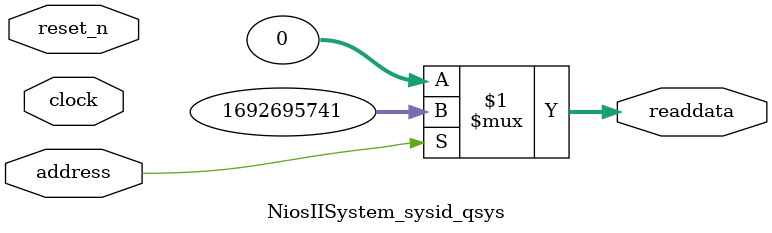
<source format=v>



// synthesis translate_off
`timescale 1ns / 1ps
// synthesis translate_on

// turn off superfluous verilog processor warnings 
// altera message_level Level1 
// altera message_off 10034 10035 10036 10037 10230 10240 10030 

module NiosIISystem_sysid_qsys (
               // inputs:
                address,
                clock,
                reset_n,

               // outputs:
                readdata
             )
;

  output  [ 31: 0] readdata;
  input            address;
  input            clock;
  input            reset_n;

  wire    [ 31: 0] readdata;
  //control_slave, which is an e_avalon_slave
  assign readdata = address ? 1692695741 : 0;

endmodule



</source>
